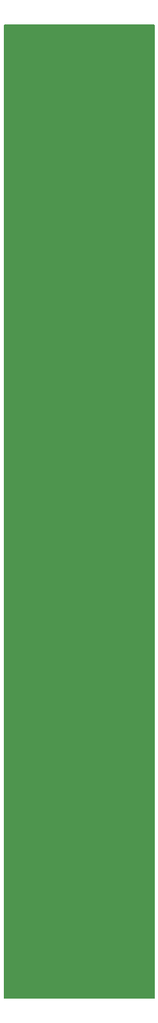
<source format=gbr>
%TF.GenerationSoftware,KiCad,Pcbnew,(6.0.5)*%
%TF.CreationDate,2022-07-25T10:14:22+02:00*%
%TF.ProjectId,rack_slot_cover,7261636b-5f73-46c6-9f74-5f636f766572,rev?*%
%TF.SameCoordinates,Original*%
%TF.FileFunction,Copper,L1,Top*%
%TF.FilePolarity,Positive*%
%FSLAX46Y46*%
G04 Gerber Fmt 4.6, Leading zero omitted, Abs format (unit mm)*
G04 Created by KiCad (PCBNEW (6.0.5)) date 2022-07-25 10:14:22*
%MOMM*%
%LPD*%
G01*
G04 APERTURE LIST*
%TA.AperFunction,NonConductor*%
%ADD10C,0.150000*%
%TD*%
G04 APERTURE END LIST*
D10*
X0Y-128400000D02*
X19790000Y-128400000D01*
X19790000Y-128400000D02*
X19790000Y0D01*
X19790000Y0D02*
X0Y0D01*
X0Y0D02*
X0Y-128400000D01*
G36*
X0Y-128400000D02*
G01*
X19790000Y-128400000D01*
X19790000Y0D01*
X0Y0D01*
X0Y-128400000D01*
G37*
M02*

</source>
